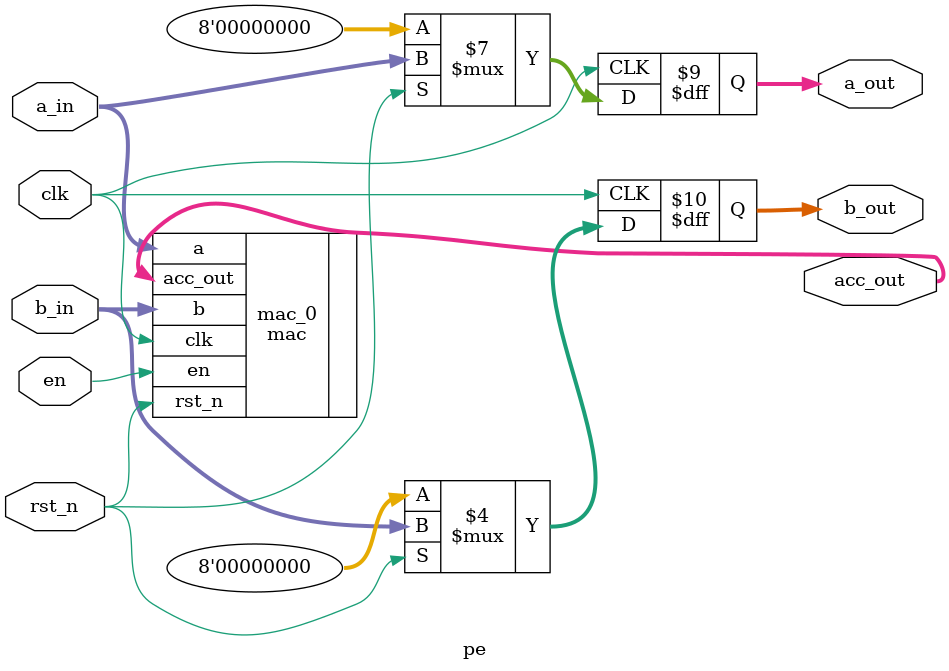
<source format=sv>
`timescale 1ns/1ps
module pe #(
    parameter int WIDTH = 8,
    parameter int ACC   = 32
) (
    input  logic                     clk,
    input  logic                     rst_n,
    input  logic                     en,

    // Inputs from left / top
    input  logic signed [WIDTH-1:0]  a_in,
    input  logic signed [WIDTH-1:0]  b_in,

    // Outputs to right / bottom
    output logic signed [WIDTH-1:0]  a_out,
    output logic signed [WIDTH-1:0]  b_out,

    // Accumulated output (this PE's C[i,j])
    output logic signed [ACC-1:0]    acc_out
);
    
    //Connection | in --> out
    always_ff @(posedge clk) begin : frw_a_b
        if (!rst_n) begin
            a_out <= '0;
            b_out <= '0;
    end else begin 
            a_out <= a_in;
            b_out <= b_in;      
    end 
    end

    //connection to MAC
    mac #(
        .WIDTH(WIDTH),
        .ACC(ACC)
    ) mac_0 
    (
        .rst_n(rst_n),
        .clk(clk),
        .en(en), 
        .a(a_in), 
        .b(b_in),
        .acc_out(acc_out)
    );

endmodule

</source>
